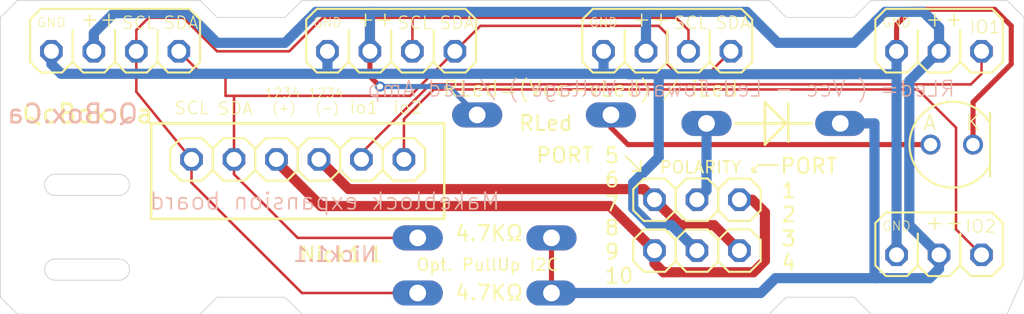
<source format=kicad_pcb>
(kicad_pcb (version 20221018) (generator pcbnew)
  (layers (0 "F.Cu" signal) (31 "B.Cu" signal) (34 "B.Paste" user) (35 "F.Paste" user) (36 "B.SilkS" user "B.Silkscreen") (37 "F.SilkS" user "F.Silkscreen") (38 "B.Mask" user) (39 "F.Mask" user) (44 "Edge.Cuts" user))
  (net 0 "")
  (net 1 "GND")
  (net 2 "VCC")
  (net 3 "SCL")
  (net 4 "SDA")
  (net 5 "IO2")
  (net 6 "IO1")
  (net 7 "PWR_A")
  (net 8 "PWR_B")
  (net 9 "PWR")
  (net 10 "N$1")
  (footprint "NB1:PTH-PLUGIN-4" (layer "F.Cu") (at 137.4521 98.6536)
    (fp_text reference "U$3" hide)
    (fp_text value "PTH-PLUGIN-4" hide)
    (fp_text user "++" (at 1.651 -1.397) (layer "F.SilkS") (effects (font (size 0.93472 0.93472) (thickness 0.08128)) (justify left bottom)))
    (fp_text user "GND" (at -0.889 -1.397) (layer "F.SilkS") (effects (font (size 0.560832 0.560832) (thickness 0.048768)) (justify left bottom)))
    (fp_line (start -1.27 -1.905) (end -0.635 -2.54) (stroke (width 0.127)) (layer "F.SilkS"))
    (fp_line (start -1.27 0.635) (end -1.27 -1.905) (stroke (width 0.127)) (layer "F.SilkS"))
    (fp_line (start -1.27 0.635) (end -0.635 1.27) (stroke (width 0.127)) (layer "F.SilkS"))
    (fp_line (start -0.635 -2.54) (end 8.255 -2.54) (stroke (width 0.127)) (layer "F.SilkS"))
    (fp_line (start -0.635 1.27) (end 0.635 1.27) (stroke (width 0.127)) (layer "F.SilkS"))
    (fp_line (start 1.27 0.635) (end 0.635 1.27) (stroke (width 0.127)) (layer "F.SilkS"))
    (fp_line (start 1.27 0.635) (end 1.27 -1.27) (stroke (width 0.127)) (layer "F.SilkS"))
    (fp_line (start 1.27 0.635) (end 1.905 1.27) (stroke (width 0.127)) (layer "F.SilkS"))
    (fp_line (start 1.905 1.27) (end 3.175 1.27) (stroke (width 0.127)) (layer "F.SilkS"))
    (fp_line (start 3.81 0.635) (end 3.175 1.27) (stroke (width 0.127)) (layer "F.SilkS"))
    (fp_line (start 3.81 0.635) (end 3.81 -1.27) (stroke (width 0.127)) (layer "F.SilkS"))
    (fp_line (start 3.81 0.635) (end 4.445 1.27) (stroke (width 0.127)) (layer "F.SilkS"))
    (fp_line (start 4.445 1.27) (end 5.715 1.27) (stroke (width 0.127)) (layer "F.SilkS"))
    (fp_line (start 6.35 0.635) (end 5.715 1.27) (stroke (width 0.127)) (layer "F.SilkS"))
    (fp_line (start 6.35 0.635) (end 6.35 -1.27) (stroke (width 0.127)) (layer "F.SilkS"))
    (fp_line (start 6.35 0.635) (end 6.985 1.27) (stroke (width 0.127)) (layer "F.SilkS"))
    (fp_line (start 6.985 1.27) (end 8.255 1.27) (stroke (width 0.127)) (layer "F.SilkS"))
    (fp_line (start 8.89 -1.905) (end 8.255 -2.54) (stroke (width 0.127)) (layer "F.SilkS"))
    (fp_line (start 8.89 0.635) (end 8.255 1.27) (stroke (width 0.127)) (layer "F.SilkS"))
    (fp_line (start 8.89 0.635) (end 8.89 -1.905) (stroke (width 0.127)) (layer "F.SilkS"))
    (pad "P1" thru_hole roundrect (at 0 0) (size 1.35 1.35) (drill 0.9) (layers "*.Cu" "*.Mask") (chamfer_ratio 0.2928932188) (chamfer top_left top_right bottom_left bottom_right) (net 1 "GND"))
    (pad "P2" thru_hole roundrect (at 2.54 0) (size 1.35 1.35) (drill 0.9) (layers "*.Cu" "*.Mask") (chamfer_ratio 0.2928932188) (chamfer top_left top_right bottom_left bottom_right) (net 2 "VCC"))
    (pad "P3" thru_hole roundrect (at 5.08 0) (size 1.35 1.35) (drill 0.9) (layers "*.Cu" "*.Mask") (chamfer_ratio 0.2928932188) (chamfer top_left top_right bottom_left bottom_right) (net 3 "SCL"))
    (pad "P4" thru_hole roundrect (at 7.62 0) (size 1.35 1.35) (drill 0.9) (layers "*.Cu" "*.Mask") (chamfer_ratio 0.2928932188) (chamfer top_left top_right bottom_left bottom_right) (net 4 "SDA"))
  )
  (footprint "NB1:PTH-PLUGIN-4" (layer "F.Cu") (at 153.9621 98.6536)
    (fp_text reference "U$4" hide)
    (fp_text value "PTH-PLUGIN-4" hide)
    (fp_text user "++" (at 1.651 -1.397) (layer "F.SilkS") (effects (font (size 0.93472 0.93472) (thickness 0.08128)) (justify left bottom)))
    (fp_text user "GND" (at -0.889 -1.397) (layer "F.SilkS") (effects (font (size 0.560832 0.560832) (thickness 0.048768)) (justify left bottom)))
    (fp_line (start -1.27 -1.905) (end -0.635 -2.54) (stroke (width 0.127)) (layer "F.SilkS"))
    (fp_line (start -1.27 0.635) (end -1.27 -1.905) (stroke (width 0.127)) (layer "F.SilkS"))
    (fp_line (start -1.27 0.635) (end -0.635 1.27) (stroke (width 0.127)) (layer "F.SilkS"))
    (fp_line (start -0.635 -2.54) (end 8.255 -2.54) (stroke (width 0.127)) (layer "F.SilkS"))
    (fp_line (start -0.635 1.27) (end 0.635 1.27) (stroke (width 0.127)) (layer "F.SilkS"))
    (fp_line (start 1.27 0.635) (end 0.635 1.27) (stroke (width 0.127)) (layer "F.SilkS"))
    (fp_line (start 1.27 0.635) (end 1.27 -1.27) (stroke (width 0.127)) (layer "F.SilkS"))
    (fp_line (start 1.27 0.635) (end 1.905 1.27) (stroke (width 0.127)) (layer "F.SilkS"))
    (fp_line (start 1.905 1.27) (end 3.175 1.27) (stroke (width 0.127)) (layer "F.SilkS"))
    (fp_line (start 3.81 0.635) (end 3.175 1.27) (stroke (width 0.127)) (layer "F.SilkS"))
    (fp_line (start 3.81 0.635) (end 3.81 -1.27) (stroke (width 0.127)) (layer "F.SilkS"))
    (fp_line (start 3.81 0.635) (end 4.445 1.27) (stroke (width 0.127)) (layer "F.SilkS"))
    (fp_line (start 4.445 1.27) (end 5.715 1.27) (stroke (width 0.127)) (layer "F.SilkS"))
    (fp_line (start 6.35 0.635) (end 5.715 1.27) (stroke (width 0.127)) (layer "F.SilkS"))
    (fp_line (start 6.35 0.635) (end 6.35 -1.27) (stroke (width 0.127)) (layer "F.SilkS"))
    (fp_line (start 6.35 0.635) (end 6.985 1.27) (stroke (width 0.127)) (layer "F.SilkS"))
    (fp_line (start 6.985 1.27) (end 8.255 1.27) (stroke (width 0.127)) (layer "F.SilkS"))
    (fp_line (start 8.89 -1.905) (end 8.255 -2.54) (stroke (width 0.127)) (layer "F.SilkS"))
    (fp_line (start 8.89 0.635) (end 8.255 1.27) (stroke (width 0.127)) (layer "F.SilkS"))
    (fp_line (start 8.89 0.635) (end 8.89 -1.905) (stroke (width 0.127)) (layer "F.SilkS"))
    (pad "P1" thru_hole roundrect (at 0 0) (size 1.35 1.35) (drill 0.9) (layers "*.Cu" "*.Mask") (chamfer_ratio 0.2928932188) (chamfer top_left top_right bottom_left bottom_right) (net 1 "GND"))
    (pad "P2" thru_hole roundrect (at 2.54 0) (size 1.35 1.35) (drill 0.9) (layers "*.Cu" "*.Mask") (chamfer_ratio 0.2928932188) (chamfer top_left top_right bottom_left bottom_right) (net 2 "VCC"))
    (pad "P3" thru_hole roundrect (at 5.08 0) (size 1.35 1.35) (drill 0.9) (layers "*.Cu" "*.Mask") (chamfer_ratio 0.2928932188) (chamfer top_left top_right bottom_left bottom_right) (net 3 "SCL"))
    (pad "P4" thru_hole roundrect (at 7.62 0) (size 1.35 1.35) (drill 0.9) (layers "*.Cu" "*.Mask") (chamfer_ratio 0.2928932188) (chamfer top_left top_right bottom_left bottom_right) (net 4 "SDA"))
  )
  (footprint "NB1:LED-3MM-5MM" (layer "F.Cu") (at 174.7901 104.2416)
    (fp_text reference "U$12" hide)
    (fp_text value "LED3MM=5MM" hide)
    (fp_text user "K" (at 0.762 -0.762) (layer "F.SilkS") (effects (font (size 0.93472 0.93472) (thickness 0.08128)) (justify left bottom)))
    (fp_text user "A" (at -1.778 -0.762) (layer "F.SilkS") (effects (font (size 0.93472 0.93472) (thickness 0.08128)) (justify left bottom)))
    (fp_line (start 2.286 -1.27) (end 2.286 -1.905) (stroke (width 0.127)) (layer "F.SilkS"))
    (fp_line (start 2.286 -1.27) (end 2.286 1.27) (stroke (width 0.127)) (layer "F.SilkS"))
    (fp_line (start 2.286 1.27) (end 2.286 1.905) (stroke (width 0.127)) (layer "F.SilkS"))
    (fp_arc (start 2.286 1.27) (mid -2.5267 0) (end 2.286 -1.27) (stroke (width 0.127)) (layer "F.SilkS"))
    (pad "A" thru_hole circle (at -1.27 0) (size 1.2 1.2) (drill 0.8) (layers "*.Cu" "*.Mask") (net 10 "N$1"))
    (pad "K" thru_hole circle (at 1.27 0) (size 1.2 1.2) (drill 0.8) (layers "*.Cu" "*.Mask") (net 1 "GND"))
  )
  (footprint "NB1:PTH-PLUGIN-4" (layer "F.Cu") (at 120.9421 98.6536)
    (fp_text reference "U$2" hide)
    (fp_text value "PTH-PLUGIN-4" hide)
    (fp_text user "++" (at 1.651 -1.397) (layer "F.SilkS") (effects (font (size 0.93472 0.93472) (thickness 0.08128)) (justify left bottom)))
    (fp_text user "GND" (at -0.889 -1.397) (layer "F.SilkS") (effects (font (size 0.560832 0.560832) (thickness 0.048768)) (justify left bottom)))
    (fp_line (start -1.27 -1.905) (end -0.635 -2.54) (stroke (width 0.127)) (layer "F.SilkS"))
    (fp_line (start -1.27 0.635) (end -1.27 -1.905) (stroke (width 0.127)) (layer "F.SilkS"))
    (fp_line (start -1.27 0.635) (end -0.635 1.27) (stroke (width 0.127)) (layer "F.SilkS"))
    (fp_line (start -0.635 -2.54) (end 8.255 -2.54) (stroke (width 0.127)) (layer "F.SilkS"))
    (fp_line (start -0.635 1.27) (end 0.635 1.27) (stroke (width 0.127)) (layer "F.SilkS"))
    (fp_line (start 1.27 0.635) (end 0.635 1.27) (stroke (width 0.127)) (layer "F.SilkS"))
    (fp_line (start 1.27 0.635) (end 1.27 -1.27) (stroke (width 0.127)) (layer "F.SilkS"))
    (fp_line (start 1.27 0.635) (end 1.905 1.27) (stroke (width 0.127)) (layer "F.SilkS"))
    (fp_line (start 1.905 1.27) (end 3.175 1.27) (stroke (width 0.127)) (layer "F.SilkS"))
    (fp_line (start 3.81 0.635) (end 3.175 1.27) (stroke (width 0.127)) (layer "F.SilkS"))
    (fp_line (start 3.81 0.635) (end 3.81 -1.27) (stroke (width 0.127)) (layer "F.SilkS"))
    (fp_line (start 3.81 0.635) (end 4.445 1.27) (stroke (width 0.127)) (layer "F.SilkS"))
    (fp_line (start 4.445 1.27) (end 5.715 1.27) (stroke (width 0.127)) (layer "F.SilkS"))
    (fp_line (start 6.35 0.635) (end 5.715 1.27) (stroke (width 0.127)) (layer "F.SilkS"))
    (fp_line (start 6.35 0.635) (end 6.35 -1.27) (stroke (width 0.127)) (layer "F.SilkS"))
    (fp_line (start 6.35 0.635) (end 6.985 1.27) (stroke (width 0.127)) (layer "F.SilkS"))
    (fp_line (start 6.985 1.27) (end 8.255 1.27) (stroke (width 0.127)) (layer "F.SilkS"))
    (fp_line (start 8.89 -1.905) (end 8.255 -2.54) (stroke (width 0.127)) (layer "F.SilkS"))
    (fp_line (start 8.89 0.635) (end 8.255 1.27) (stroke (width 0.127)) (layer "F.SilkS"))
    (fp_line (start 8.89 0.635) (end 8.89 -1.905) (stroke (width 0.127)) (layer "F.SilkS"))
    (pad "P1" thru_hole roundrect (at 0 0) (size 1.35 1.35) (drill 0.9) (layers "*.Cu" "*.Mask") (chamfer_ratio 0.2928932188) (chamfer top_left top_right bottom_left bottom_right) (net 1 "GND"))
    (pad "P2" thru_hole roundrect (at 2.54 0) (size 1.35 1.35) (drill 0.9) (layers "*.Cu" "*.Mask") (chamfer_ratio 0.2928932188) (chamfer top_left top_right bottom_left bottom_right) (net 2 "VCC"))
    (pad "P3" thru_hole roundrect (at 5.08 0) (size 1.35 1.35) (drill 0.9) (layers "*.Cu" "*.Mask") (chamfer_ratio 0.2928932188) (chamfer top_left top_right bottom_left bottom_right) (net 3 "SCL"))
    (pad "P4" thru_hole roundrect (at 7.62 0) (size 1.35 1.35) (drill 0.9) (layers "*.Cu" "*.Mask") (chamfer_ratio 0.2928932188) (chamfer top_left top_right bottom_left bottom_right) (net 4 "SDA"))
  )
  (footprint "NB1:PTH-PLUGIN-3" (layer "F.Cu") (at 171.4881 98.6536)
    (fp_text reference "U$5" hide)
    (fp_text value "PTH-PLUGIN-3" hide)
    (fp_text user "++" (at 1.651 -1.397) (layer "F.SilkS") (effects (font (size 0.93472 0.93472) (thickness 0.08128)) (justify left bottom)))
    (fp_text user "GND" (at -0.889 -1.397) (layer "F.SilkS") (effects (font (size 0.560832 0.560832) (thickness 0.048768)) (justify left bottom)))
    (fp_line (start -1.27 -1.905) (end -0.635 -2.54) (stroke (width 0.127)) (layer "F.SilkS"))
    (fp_line (start -1.27 0.635) (end -1.27 -1.905) (stroke (width 0.127)) (layer "F.SilkS"))
    (fp_line (start -1.27 0.635) (end -0.635 1.27) (stroke (width 0.127)) (layer "F.SilkS"))
    (fp_line (start -0.635 -2.54) (end 5.715 -2.54) (stroke (width 0.127)) (layer "F.SilkS"))
    (fp_line (start -0.635 1.27) (end 0.635 1.27) (stroke (width 0.127)) (layer "F.SilkS"))
    (fp_line (start 1.27 0.635) (end 0.635 1.27) (stroke (width 0.127)) (layer "F.SilkS"))
    (fp_line (start 1.27 0.635) (end 1.27 -1.27) (stroke (width 0.127)) (layer "F.SilkS"))
    (fp_line (start 1.27 0.635) (end 1.905 1.27) (stroke (width 0.127)) (layer "F.SilkS"))
    (fp_line (start 1.905 1.27) (end 3.175 1.27) (stroke (width 0.127)) (layer "F.SilkS"))
    (fp_line (start 3.81 0.635) (end 3.175 1.27) (stroke (width 0.127)) (layer "F.SilkS"))
    (fp_line (start 3.81 0.635) (end 3.81 -1.27) (stroke (width 0.127)) (layer "F.SilkS"))
    (fp_line (start 3.81 0.635) (end 4.445 1.27) (stroke (width 0.127)) (layer "F.SilkS"))
    (fp_line (start 4.445 1.27) (end 5.715 1.27) (stroke (width 0.127)) (layer "F.SilkS"))
    (fp_line (start 6.35 -1.905) (end 5.715 -2.54) (stroke (width 0.127)) (layer "F.SilkS"))
    (fp_line (start 6.35 -1.905) (end 6.35 0.635) (stroke (width 0.127)) (layer "F.SilkS"))
    (fp_line (start 6.35 0.635) (end 5.715 1.27) (stroke (width 0.127)) (layer "F.SilkS"))
    (pad "P1" thru_hole roundrect (at 0 0) (size 1.35 1.35) (drill 0.9) (layers "*.Cu" "*.Mask") (chamfer_ratio 0.2928932188) (chamfer top_left top_right bottom_left bottom_right) (net 1 "GND"))
    (pad "P2" thru_hole roundrect (at 2.54 0) (size 1.35 1.35) (drill 0.9) (layers "*.Cu" "*.Mask") (chamfer_ratio 0.2928932188) (chamfer top_left top_right bottom_left bottom_right) (net 2 "VCC"))
    (pad "P3" thru_hole roundrect (at 5.08 0) (size 1.35 1.35) (drill 0.9) (layers "*.Cu" "*.Mask") (chamfer_ratio 0.2928932188) (chamfer top_left top_right bottom_left bottom_right) (net 6 "IO1"))
  )
  (footprint "NB1:PTH-6X1" (layer "F.Cu") (at 129.3241 105.1306)
    (fp_text reference "U$7" hide)
    (fp_text value "PTH-6X1" hide)
    (fp_line (start -1.27 -0.635) (end -0.635 -1.27) (stroke (width 0.127)) (layer "F.SilkS"))
    (fp_line (start -1.27 0.635) (end -1.27 -0.635) (stroke (width 0.127)) (layer "F.SilkS"))
    (fp_line (start -1.27 0.635) (end -0.635 1.27) (stroke (width 0.127)) (layer "F.SilkS"))
    (fp_line (start -0.635 -1.27) (end 0.635 -1.27) (stroke (width 0.127)) (layer "F.SilkS"))
    (fp_line (start -0.635 1.27) (end 0.635 1.27) (stroke (width 0.127)) (layer "F.SilkS"))
    (fp_line (start 0.635 -1.27) (end 1.27 -0.635) (stroke (width 0.127)) (layer "F.SilkS"))
    (fp_line (start 1.27 -0.635) (end 1.905 -1.27) (stroke (width 0.127)) (layer "F.SilkS"))
    (fp_line (start 1.27 0.635) (end 0.635 1.27) (stroke (width 0.127)) (layer "F.SilkS"))
    (fp_line (start 1.27 0.635) (end 1.27 -0.635) (stroke (width 0.127)) (layer "F.SilkS"))
    (fp_line (start 1.27 0.635) (end 1.27 -0.635) (stroke (width 0.127)) (layer "F.SilkS"))
    (fp_line (start 1.27 0.635) (end 1.905 1.27) (stroke (width 0.127)) (layer "F.SilkS"))
    (fp_line (start 1.905 -1.27) (end 3.175 -1.27) (stroke (width 0.127)) (layer "F.SilkS"))
    (fp_line (start 1.905 1.27) (end 3.175 1.27) (stroke (width 0.127)) (layer "F.SilkS"))
    (fp_line (start 3.175 -1.27) (end 3.81 -0.635) (stroke (width 0.127)) (layer "F.SilkS"))
    (fp_line (start 3.81 -0.635) (end 4.445 -1.27) (stroke (width 0.127)) (layer "F.SilkS"))
    (fp_line (start 3.81 0.635) (end 3.175 1.27) (stroke (width 0.127)) (layer "F.SilkS"))
    (fp_line (start 3.81 0.635) (end 3.81 -0.635) (stroke (width 0.127)) (layer "F.SilkS"))
    (fp_line (start 3.81 0.635) (end 3.81 -0.635) (stroke (width 0.127)) (layer "F.SilkS"))
    (fp_line (start 3.81 0.635) (end 4.445 1.27) (stroke (width 0.127)) (layer "F.SilkS"))
    (fp_line (start 4.445 -1.27) (end 5.715 -1.27) (stroke (width 0.127)) (layer "F.SilkS"))
    (fp_line (start 4.445 1.27) (end 5.715 1.27) (stroke (width 0.127)) (layer "F.SilkS"))
    (fp_line (start 5.715 -1.27) (end 6.35 -0.635) (stroke (width 0.127)) (layer "F.SilkS"))
    (fp_line (start 6.35 -0.635) (end 6.985 -1.27) (stroke (width 0.127)) (layer "F.SilkS"))
    (fp_line (start 6.35 0.635) (end 5.715 1.27) (stroke (width 0.127)) (layer "F.SilkS"))
    (fp_line (start 6.35 0.635) (end 6.35 -0.635) (stroke (width 0.127)) (layer "F.SilkS"))
    (fp_line (start 6.35 0.635) (end 6.35 -0.635) (stroke (width 0.127)) (layer "F.SilkS"))
    (fp_line (start 6.35 0.635) (end 6.35 -0.635) (stroke (width 0.127)) (layer "F.SilkS"))
    (fp_line (start 6.35 0.635) (end 6.985 1.27) (stroke (width 0.127)) (layer "F.SilkS"))
    (fp_line (start 6.985 -1.27) (end 8.255 -1.27) (stroke (width 0.127)) (layer "F.SilkS"))
    (fp_line (start 6.985 1.27) (end 8.255 1.27) (stroke (width 0.127)) (layer "F.SilkS"))
    (fp_line (start 8.255 -1.27) (end 8.89 -0.635) (stroke (width 0.127)) (layer "F.SilkS"))
    (fp_line (start 8.89 -0.635) (end 9.525 -1.27) (stroke (width 0.127)) (layer "F.SilkS"))
    (fp_line (start 8.89 0.635) (end 8.255 1.27) (stroke (width 0.127)) (layer "F.SilkS"))
    (fp_line (start 8.89 0.635) (end 8.89 -0.635) (stroke (width 0.127)) (layer "F.SilkS"))
    (fp_line (start 8.89 0.635) (end 9.525 1.27) (stroke (width 0.127)) (layer "F.SilkS"))
    (fp_line (start 9.525 -1.27) (end 10.795 -1.27) (stroke (width 0.127)) (layer "F.SilkS"))
    (fp_line (start 9.525 1.27) (end 10.795 1.27) (stroke (width 0.127)) (layer "F.SilkS"))
    (fp_line (start 10.795 -1.27) (end 11.43 -0.635) (stroke (width 0.127)) (layer "F.SilkS"))
    (fp_line (start 11.43 -0.635) (end 12.065 -1.27) (stroke (width 0.127)) (layer "F.SilkS"))
    (fp_line (start 11.43 0.635) (end 10.795 1.27) (stroke (width 0.127)) (layer "F.SilkS"))
    (fp_line (start 11.43 0.635) (end 11.43 -0.635) (stroke (width 0.127)) (layer "F.SilkS"))
    (fp_line (start 11.43 0.635) (end 12.065 1.27) (stroke (width 0.127)) (layer "F.SilkS"))
    (fp_line (start 12.065 -1.27) (end 13.335 -1.27) (stroke (width 0.127)) (layer "F.SilkS"))
    (fp_line (start 12.065 1.27) (end 13.335 1.27) (stroke (width 0.127)) (layer "F.SilkS"))
    (fp_line (start 13.335 -1.27) (end 13.97 -0.635) (stroke (width 0.127)) (layer "F.SilkS"))
    (fp_line (start 13.97 0.635) (end 13.335 1.27) (stroke (width 0.127)) (layer "F.SilkS"))
    (fp_line (start 13.97 0.635) (end 13.97 -0.635) (stroke (width 0.127)) (layer "F.SilkS"))
    (pad "P1" thru_hole roundrect (at 0 0) (size 1.35 1.35) (drill 0.9) (layers "*.Cu" "*.Mask") (chamfer_ratio 0.2928932188) (chamfer top_left top_right bottom_left bottom_right) (net 3 "SCL"))
    (pad "P2" thru_hole roundrect (at 2.54 0) (size 1.35 1.35) (drill 0.9) (layers "*.Cu" "*.Mask") (chamfer_ratio 0.2928932188) (chamfer top_left top_right bottom_left bottom_right) (net 4 "SDA"))
    (pad "P3" thru_hole roundrect (at 5.08 0) (size 1.35 1.35) (drill 0.9) (layers "*.Cu" "*.Mask") (chamfer_ratio 0.2928932188) (chamfer top_left top_right bottom_left bottom_right) (net 7 "PWR_A"))
    (pad "P4" thru_hole roundrect (at 7.62 0) (size 1.35 1.35) (drill 0.9) (layers "*.Cu" "*.Mask") (chamfer_ratio 0.2928932188) (chamfer top_left top_right bottom_left bottom_right) (net 8 "PWR_B"))
    (pad "P5" thru_hole roundrect (at 10.16 0) (size 1.35 1.35) (drill 0.9) (layers "*.Cu" "*.Mask") (chamfer_ratio 0.2928932188) (chamfer top_left top_right bottom_left bottom_right) (net 6 "IO1"))
    (pad "P6" thru_hole roundrect (at 12.7 0) (size 1.35 1.35) (drill 0.9) (layers "*.Cu" "*.Mask") (chamfer_ratio 0.2928932188) (chamfer top_left top_right bottom_left bottom_right) (net 5 "IO2"))
  )
  (footprint "NB1:PTH-3X1" (layer "F.Cu") (at 157.0101 107.5436)
    (fp_text reference "U$8" hide)
    (fp_text value "PTH-3X1" hide)
    (fp_line (start -1.27 -0.635) (end -0.635 -1.27) (stroke (width 0.127)) (layer "F.SilkS"))
    (fp_line (start -1.27 0.635) (end -1.27 -0.635) (stroke (width 0.127)) (layer "F.SilkS"))
    (fp_line (start -1.27 0.635) (end -0.635 1.27) (stroke (width 0.127)) (layer "F.SilkS"))
    (fp_line (start -0.635 -1.27) (end 0.635 -1.27) (stroke (width 0.127)) (layer "F.SilkS"))
    (fp_line (start -0.635 1.27) (end 0.635 1.27) (stroke (width 0.127)) (layer "F.SilkS"))
    (fp_line (start 0.635 -1.27) (end 1.27 -0.635) (stroke (width 0.127)) (layer "F.SilkS"))
    (fp_line (start 1.27 -0.635) (end 1.905 -1.27) (stroke (width 0.127)) (layer "F.SilkS"))
    (fp_line (start 1.27 0.635) (end 0.635 1.27) (stroke (width 0.127)) (layer "F.SilkS"))
    (fp_line (start 1.27 0.635) (end 1.27 -0.635) (stroke (width 0.127)) (layer "F.SilkS"))
    (fp_line (start 1.27 0.635) (end 1.27 -0.635) (stroke (width 0.127)) (layer "F.SilkS"))
    (fp_line (start 1.27 0.635) (end 1.905 1.27) (stroke (width 0.127)) (layer "F.SilkS"))
    (fp_line (start 1.905 -1.27) (end 3.175 -1.27) (stroke (width 0.127)) (layer "F.SilkS"))
    (fp_line (start 1.905 1.27) (end 3.175 1.27) (stroke (width 0.127)) (layer "F.SilkS"))
    (fp_line (start 3.175 -1.27) (end 3.81 -0.635) (stroke (width 0.127)) (layer "F.SilkS"))
    (fp_line (start 3.81 -0.635) (end 4.445 -1.27) (stroke (width 0.127)) (layer "F.SilkS"))
    (fp_line (start 3.81 0.635) (end 3.175 1.27) (stroke (width 0.127)) (layer "F.SilkS"))
    (fp_line (start 3.81 0.635) (end 3.81 -0.635) (stroke (width 0.127)) (layer "F.SilkS"))
    (fp_line (start 3.81 0.635) (end 3.81 -0.635) (stroke (width 0.127)) (layer "F.SilkS"))
    (fp_line (start 3.81 0.635) (end 4.445 1.27) (stroke (width 0.127)) (layer "F.SilkS"))
    (fp_line (start 4.445 -1.27) (end 5.715 -1.27) (stroke (width 0.127)) (layer "F.SilkS"))
    (fp_line (start 4.445 1.27) (end 5.715 1.27) (stroke (width 0.127)) (layer "F.SilkS"))
    (fp_line (start 5.715 -1.27) (end 6.35 -0.635) (stroke (width 0.127)) (layer "F.SilkS"))
    (fp_line (start 6.35 0.635) (end 5.715 1.27) (stroke (width 0.127)) (layer "F.SilkS"))
    (fp_line (start 6.35 0.635) (end 6.35 -0.635) (stroke (width 0.127)) (layer "F.SilkS"))
    (pad "P1" thru_hole roundrect (at 0 0) (size 1.35 1.35) (drill 0.9) (layers "*.Cu" "*.Mask") (chamfer_ratio 0.2928932188) (chamfer top_left top_right bottom_left bottom_right) (net 8 "PWR_B"))
    (pad "P2" thru_hole roundrect (at 2.54 0) (size 1.35 1.35) (drill 0.9) (layers "*.Cu" "*.Mask") (chamfer_ratio 0.2928932188) (chamfer top_left top_right bottom_left bottom_right) (net 9 "PWR"))
    (pad "P3" thru_hole roundrect (at 5.08 0) (size 1.35 1.35) (drill 0.9) (layers "*.Cu" "*.Mask") (chamfer_ratio 0.2928932188) (chamfer top_left top_right bottom_left bottom_right) (net 7 "PWR_A"))
  )
  (footprint "NB1:PIN-8MM" (layer "F.Cu") (at 146.8501 113.1316)
    (fp_text reference "U$10" hide)
    (fp_text value "" hide)
    (pad "P1" thru_hole oval (at -4 0) (size 3 1.5) (drill 1) (layers "*.Cu" "*.Mask") (net 3 "SCL"))
    (pad "P2" thru_hole oval (at 4 0) (size 3 1.5) (drill 1) (layers "*.Cu" "*.Mask") (net 2 "VCC"))
  )
  (footprint "NB1:PIN-8MM" (layer "F.Cu") (at 146.8501 109.8296)
    (fp_text reference "U$11" hide)
    (fp_text value "" hide)
    (pad "P1" thru_hole oval (at -4 0) (size 3 1.5) (drill 1) (layers "*.Cu" "*.Mask") (net 4 "SDA"))
    (pad "P2" thru_hole oval (at 4 0) (size 3 1.5) (drill 1) (layers "*.Cu" "*.Mask") (net 2 "VCC"))
  )
  (footprint "NB1:PTH-3X1" (layer "F.Cu") (at 157.0101 110.5916)
    (fp_text reference "U$9" hide)
    (fp_text value "PTH-3X1" hide)
    (fp_line (start -1.27 -0.635) (end -0.635 -1.27) (stroke (width 0.127)) (layer "F.SilkS"))
    (fp_line (start -1.27 0.635) (end -1.27 -0.635) (stroke (width 0.127)) (layer "F.SilkS"))
    (fp_line (start -1.27 0.635) (end -0.635 1.27) (stroke (width 0.127)) (layer "F.SilkS"))
    (fp_line (start -0.635 -1.27) (end 0.635 -1.27) (stroke (width 0.127)) (layer "F.SilkS"))
    (fp_line (start -0.635 1.27) (end 0.635 1.27) (stroke (width 0.127)) (layer "F.SilkS"))
    (fp_line (start 0.635 -1.27) (end 1.27 -0.635) (stroke (width 0.127)) (layer "F.SilkS"))
    (fp_line (start 1.27 -0.635) (end 1.905 -1.27) (stroke (width 0.127)) (layer "F.SilkS"))
    (fp_line (start 1.27 0.635) (end 0.635 1.27) (stroke (width 0.127)) (layer "F.SilkS"))
    (fp_line (start 1.27 0.635) (end 1.27 -0.635) (stroke (width 0.127)) (layer "F.SilkS"))
    (fp_line (start 1.27 0.635) (end 1.27 -0.635) (stroke (width 0.127)) (layer "F.SilkS"))
    (fp_line (start 1.27 0.635) (end 1.905 1.27) (stroke (width 0.127)) (layer "F.SilkS"))
    (fp_line (start 1.905 -1.27) (end 3.175 -1.27) (stroke (width 0.127)) (layer "F.SilkS"))
    (fp_line (start 1.905 1.27) (end 3.175 1.27) (stroke (width 0.127)) (layer "F.SilkS"))
    (fp_line (start 3.175 -1.27) (end 3.81 -0.635) (stroke (width 0.127)) (layer "F.SilkS"))
    (fp_line (start 3.81 -0.635) (end 4.445 -1.27) (stroke (width 0.127)) (layer "F.SilkS"))
    (fp_line (start 3.81 0.635) (end 3.175 1.27) (stroke (width 0.127)) (layer "F.SilkS"))
    (fp_line (start 3.81 0.635) (end 3.81 -0.635) (stroke (width 0.127)) (layer "F.SilkS"))
    (fp_line (start 3.81 0.635) (end 3.81 -0.635) (stroke (width 0.127)) (layer "F.SilkS"))
    (fp_line (start 3.81 0.635) (end 4.445 1.27) (stroke (width 0.127)) (layer "F.SilkS"))
    (fp_line (start 4.445 -1.27) (end 5.715 -1.27) (stroke (width 0.127)) (layer "F.SilkS"))
    (fp_line (start 4.445 1.27) (end 5.715 1.27) (stroke (width 0.127)) (layer "F.SilkS"))
    (fp_line (start 5.715 -1.27) (end 6.35 -0.635) (stroke (width 0.127)) (layer "F.SilkS"))
    (fp_line (start 6.35 0.635) (end 5.715 1.27) (stroke (width 0.127)) (layer "F.SilkS"))
    (fp_line (start 6.35 0.635) (end 6.35 -0.635) (stroke (width 0.127)) (layer "F.SilkS"))
    (pad "P1" thru_hole roundrect (at 0 0) (size 1.35 1.35) (drill 0.9) (layers "*.Cu" "*.Mask") (chamfer_ratio 0.2928932188) (chamfer top_left top_right bottom_left bottom_right) (net 7 "PWR_A"))
    (pad "P2" thru_hole roundrect (at 2.54 0) (size 1.35 1.35) (drill 0.9) (layers "*.Cu" "*.Mask") (chamfer_ratio 0.2928932188) (chamfer top_left top_right bottom_left bottom_right) (net 1 "GND"))
    (pad "P3" thru_hole roundrect (at 5.08 0) (size 1.35 1.35) (drill 0.9) (layers "*.Cu" "*.Mask") (chamfer_ratio 0.2928932188) (chamfer top_left top_right bottom_left bottom_right) (net 8 "PWR_B"))
  )
  (footprint "NB1:PIN-8MM" (layer "F.Cu") (at 150.4061 102.4636 180)
    (fp_text reference "U$13" hide)
    (fp_text value "" hide)
    (pad "P1" thru_hole oval (at -4 0 180) (size 3 1.5) (drill 1) (layers "*.Cu" "*.Mask") (net 10 "N$1"))
    (pad "P2" thru_hole oval (at 4 0 180) (size 3 1.5) (drill 1) (layers "*.Cu" "*.Mask") (net 2 "VCC"))
  )
  (footprint "NB1:PTH-PLUGIN-3" (layer "F.Cu") (at 171.4881 110.8456)
    (fp_text reference "U$6" hide)
    (fp_text value "PTH-PLUGIN-3" hide)
    (fp_text user "++" (at 1.651 -1.397) (layer "F.SilkS") (effects (font (size 0.93472 0.93472) (thickness 0.08128)) (justify left bottom)))
    (fp_text user "GND" (at -0.889 -1.397) (layer "F.SilkS") (effects (font (size 0.560832 0.560832) (thickness 0.048768)) (justify left bottom)))
    (fp_line (start -1.27 -1.905) (end -0.635 -2.54) (stroke (width 0.127)) (layer "F.SilkS"))
    (fp_line (start -1.27 0.635) (end -1.27 -1.905) (stroke (width 0.127)) (layer "F.SilkS"))
    (fp_line (start -1.27 0.635) (end -0.635 1.27) (stroke (width 0.127)) (layer "F.SilkS"))
    (fp_line (start -0.635 -2.54) (end 5.715 -2.54) (stroke (width 0.127)) (layer "F.SilkS"))
    (fp_line (start -0.635 1.27) (end 0.635 1.27) (stroke (width 0.127)) (layer "F.SilkS"))
    (fp_line (start 1.27 0.635) (end 0.635 1.27) (stroke (width 0.127)) (layer "F.SilkS"))
    (fp_line (start 1.27 0.635) (end 1.27 -1.27) (stroke (width 0.127)) (layer "F.SilkS"))
    (fp_line (start 1.27 0.635) (end 1.905 1.27) (stroke (width 0.127)) (layer "F.SilkS"))
    (fp_line (start 1.905 1.27) (end 3.175 1.27) (stroke (width 0.127)) (layer "F.SilkS"))
    (fp_line (start 3.81 0.635) (end 3.175 1.27) (stroke (width 0.127)) (layer "F.SilkS"))
    (fp_line (start 3.81 0.635) (end 3.81 -1.27) (stroke (width 0.127)) (layer "F.SilkS"))
    (fp_line (start 3.81 0.635) (end 4.445 1.27) (stroke (width 0.127)) (layer "F.SilkS"))
    (fp_line (start 4.445 1.27) (end 5.715 1.27) (stroke (width 0.127)) (layer "F.SilkS"))
    (fp_line (start 6.35 -1.905) (end 5.715 -2.54) (stroke (width 0.127)) (layer "F.SilkS"))
    (fp_line (start 6.35 -1.905) (end 6.35 0.635) (stroke (width 0.127)) (layer "F.SilkS"))
    (fp_line (start 6.35 0.635) (end 5.715 1.27) (stroke (width 0.127)) (layer "F.SilkS"))
    (pad "P1" thru_hole roundrect (at 0 0) (size 1.35 1.35) (drill 0.9) (layers "*.Cu" "*.Mask") (chamfer_ratio 0.2928932188) (chamfer top_left top_right bottom_left bottom_right) (net 1 "GND"))
    (pad "P2" thru_hole roundrect (at 2.54 0) (size 1.35 1.35) (drill 0.9) (layers "*.Cu" "*.Mask") (chamfer_ratio 0.2928932188) (chamfer top_left top_right bottom_left bottom_right) (net 2 "VCC"))
    (pad "P3" thru_hole roundrect (at 5.08 0) (size 1.35 1.35) (drill 0.9) (layers "*.Cu" "*.Mask") (chamfer_ratio 0.2928932188) (chamfer top_left top_right bottom_left bottom_right) (net 5 "IO2"))
  )
  (footprint "NB1:PIN-8MM" (layer "F.Cu") (at 164.1221 102.9716)
    (fp_text reference "U$1" hide)
    (fp_text value "DIODE" hide)
    (pad "P1" thru_hole oval (at -4 0) (size 3 1.5) (drill 1) (layers "*.Cu" "*.Mask") (net 9 "PWR"))
    (pad "P2" thru_hole oval (at 4 0) (size 3 1.5) (drill 1) (layers "*.Cu" "*.Mask") (net 2 "VCC"))
  )
  (gr_line (start 126.9111 108.6866) (end 144.4371 108.6866) (stroke (width 0.1524)) (layer "F.SilkS"))
  (gr_line (start 163.6141 104.2416) (end 163.6141 102.9716) (stroke (width 0.1524)) (layer "F.SilkS"))
  (gr_line (start 156.178044 105.828312) (end 155.668105 105.828311) (stroke (width 0.1)) (layer "F.SilkS"))
  (gr_line (start 161.8361 102.9716) (end 163.6141 102.9716) (stroke (width 0.1524)) (layer "F.SilkS"))
  (gr_line (start 163.6141 102.9716) (end 163.6141 101.7016) (stroke (width 0.1524)) (layer "F.SilkS"))
  (gr_line (start 126.9111 108.6866) (end 126.9111 102.9716) (stroke (width 0.1524)) (layer "F.SilkS"))
  (gr_line (start 162.86157 105.884406) (end 162.86157 105.591248) (stroke (width 0.1)) (layer "F.SilkS"))
  (gr_line (start 163.190109 105.469941) (end 162.86157 105.884406) (stroke (width 0.1)) (layer "F.SilkS"))
  (gr_line (start 164.8841 102.9716) (end 163.6141 104.2416) (stroke (width 0.1524)) (layer "F.SilkS"))
  (gr_line (start 156.178044 105.828312) (end 156.178043 105.212791) (stroke (width 0.1)) (layer "F.SilkS"))
  (gr_line (start 164.8841 102.9716) (end 166.4081 102.9716) (stroke (width 0.1524)) (layer "F.SilkS"))
  (gr_line (start 163.6141 101.7016) (end 164.8841 102.9716) (stroke (width 0.1524)) (layer "F.SilkS"))
  (gr_line (start 164.403178 105.469941) (end 163.190109 105.469941) (stroke (width 0.1)) (layer "F.SilkS"))
  (gr_line (start 144.4371 108.6866) (end 144.4371 102.9716) (stroke (width 0.1524)) (layer "F.SilkS"))
  (gr_line (start 165.0111 101.7778) (end 165.0111 104.0638) (stroke (width 0.1524)) (layer "F.SilkS"))
  (gr_line (start 155.273928 104.924197) (end 156.178044 105.828312) (stroke (width 0.1)) (layer "F.SilkS"))
  (gr_line (start 162.86157 105.884406) (end 163.109238 105.884406) (stroke (width 0.1)) (layer "F.SilkS"))
  (gr_line (start 126.9111 102.9716) (end 144.4371 102.9716) (stroke (width 0.1524)) (layer "F.SilkS"))
  (gr_line (start 163.6141 102.9716) (end 164.8841 102.9716) (stroke (width 0.1524)) (layer "F.SilkS"))
  (gr_line (start 179.1081 96.6216) (end 178.0921 95.6056) (stroke (width 0.05)) (layer "Edge.Cuts"))
  (gr_line (start 164.8841 96.6216) (end 163.8681 95.6056) (stroke (width 0.05)) (layer "Edge.Cuts"))
  (gr_line (start 164.8841 113.3856) (end 163.8681 114.4016) (stroke (width 0.05)) (layer "Edge.Cuts"))
  (gr_line (start 118.9101 95.6056) (end 117.8941 96.6216) (stroke (width 0.05)) (layer "Edge.Cuts"))
  (gr_line (start 135.9281 114.4016) (end 163.8681 114.4016) (stroke (width 0.05)) (layer "Edge.Cuts"))
  (gr_line (start 124.980085 112.365652) (end 121.170085 112.365652) (stroke (width 0.05)) (layer "Edge.Cuts"))
  (gr_line (start 130.8481 96.6216) (end 134.9121 96.6216) (stroke (width 0.05)) (layer "Edge.Cuts"))
  (gr_line (start 130.8481 113.3856) (end 134.9121 113.3856) (stroke (width 0.05)) (layer "Edge.Cuts"))
  (gr_line (start 129.8321 95.6056) (end 118.9101 95.6056) (stroke (width 0.05)) (layer "Edge.Cuts"))
  (gr_line (start 134.9121 96.6216) (end 135.9281 95.6056) (stroke (width 0.05)) (layer "Edge.Cuts"))
  (gr_line (start 169.9641 114.4016) (end 178.0921 114.4016) (stroke (width 0.05)) (layer "Edge.Cuts"))
  (gr_line (start 168.9481 113.3856) (end 169.9641 114.4016) (stroke (width 0.05)) (layer "Edge.Cuts"))
  (gr_line (start 179.1081 112.1156) (end 179.1081 96.6216) (stroke (width 0.05)) (layer "Edge.Cuts"))
  (gr_line (start 121.170085 111.095652) (end 124.980085 111.095652) (stroke (width 0.05)) (layer "Edge.Cuts"))
  (gr_arc (start 121.170085 107.285652) (mid 120.535085 106.650652) (end 121.170085 106.015652) (stroke (width 0.05)) (layer "Edge.Cuts"))
  (gr_line (start 134.9121 113.3856) (end 135.9281 114.4016) (stroke (width 0.05)) (layer "Edge.Cuts"))
  (gr_line (start 129.8321 95.6056) (end 130.8481 96.6216) (stroke (width 0.05)) (layer "Edge.Cuts"))
  (gr_arc (start 121.170085 112.365652) (mid 120.535085 111.730652) (end 121.170085 111.095652) (stroke (width 0.05)) (layer "Edge.Cuts"))
  (gr_line (start 130.8481 113.3856) (end 129.8321 114.4016) (stroke (width 0.05)) (layer "Edge.Cuts"))
  (gr_line (start 164.8841 113.3856) (end 168.9481 113.3856) (stroke (width 0.05)) (layer "Edge.Cuts"))
  (gr_line (start 163.8681 95.6056) (end 135.9281 95.6056) (stroke (width 0.05)) (layer "Edge.Cuts"))
  (gr_line (start 178.0921 114.4016) (end 179.1081 112.1156) (stroke (width 0.05)) (layer "Edge.Cuts"))
  (gr_arc (start 124.980085 111.095652) (mid 125.615085 111.730652) (end 124.980085 112.365652) (stroke (width 0.05)) (layer "Edge.Cuts"))
  (gr_line (start 178.0921 95.6056) (end 169.9641 95.6056) (stroke (width 0.05)) (layer "Edge.Cuts"))
  (gr_line (start 117.8941 113.3856) (end 118.9101 114.4016) (stroke (width 0.05)) (layer "Edge.Cuts"))
  (gr_line (start 124.980085 107.285652) (end 121.170085 107.285652) (stroke (width 0.05)) (layer "Edge.Cuts"))
  (gr_line (start 118.9101 114.4016) (end 129.8321 114.4016) (stroke (width 0.05)) (layer "Edge.Cuts"))
  (gr_line (start 164.8841 96.6216) (end 168.9481 96.6216) (stroke (width 0.05)) (layer "Edge.Cuts"))
  (gr_line (start 168.9481 96.6216) (end 169.9641 95.6056) (stroke (width 0.05)) (layer "Edge.Cuts"))
  (gr_arc (start 124.980085 106.015652) (mid 125.615085 106.650652) (end 124.980085 107.285652) (stroke (width 0.05)) (layer "Edge.Cuts"))
  (gr_line (start 117.8941 96.6216) (end 117.8941 113.3856) (stroke (width 0.05)) (layer "Edge.Cuts"))
  (gr_line (start 121.170085 106.015652) (end 124.980085 106.015652) (stroke (width 0.05)) (layer "Edge.Cuts"))
  (gr_text "Nick1.1" (at 140.4685 111.3308) (layer "B.SilkS") (effects (font (size 0.89408 0.89408) (thickness 0.12192)) (justify left bottom mirror)))
  (gr_text "RLed= ( Vcc - Led Foward Voltage ) / Led Amp" (at 175.0441 101.4476) (layer "B.SilkS") (effects (font (size 0.93472 0.93472) (thickness 0.08128)) (justify left bottom mirror)))
  (gr_text "Makeblock expansion board" (at 147.838416 108.220367) (layer "B.SilkS") (effects (font (size 1 1) (thickness 0.1)) (justify left bottom mirror)))
  (gr_text "QcBox.Ca" (at 126.2191 103.0504) (layer "B.SilkS") (effects (font (size 1.1176 1.1176) (thickness 0.1524)) (justify left bottom mirror)))
  (gr_text "RLed=(Vcc-vLed) / iLed" (at 144.3101 101.4476) (layer "F.SilkS") (effects (font (size 0.93472 0.93472) (thickness 0.08128)) (justify left bottom)))
  (gr_text "IO1" (at 175.8061 97.6376) (layer "F.SilkS") (effects (font (size 0.747776 0.747776) (thickness 0.065024)) (justify left bottom)))
  (gr_text "Nick1.1" (at 135.7249 111.3536) (layer "F.SilkS") (effects (font (size 0.89408 0.89408) (thickness 0.12192)) (justify left bottom)))
  (gr_text "SDA" (at 160.6169 97.3836) (layer "F.SilkS") (effects (font (size 0.747776 0.747776) (thickness 0.065024)) (justify left bottom)))
  (gr_text "1\n2\n3\n4" (at 164.5285 111.8362) (layer "F.SilkS") (effects (font (size 0.89408 0.89408) (thickness 0.12192)) (justify left bottom)))
  (gr_text "1234\n (-)" (at 136.2583 102.3874) (layer "F.SilkS") (effects (font (size 0.560832 0.560832) (thickness 0.048768)) (justify left bottom)))
  (gr_text "SDA" (at 130.8481 102.5144) (layer "F.SilkS") (effects (font (size 0.747776 0.747776) (thickness 0.065024)) (justify left bottom)))
  (gr_text "POLARITY" (at 157.2641 106.0196) (layer "F.SilkS") (effects (font (size 0.715264 0.715264) (thickness 0.097536)) (justify left bottom)))
  (gr_text "SDA" (at 127.5969 97.3836) (layer "F.SilkS") (effects (font (size 0.747776 0.747776) (thickness 0.065024)) (justify left bottom)))
  (gr_text "5\n6\n7\n8\n9\n10" (at 153.9621 112.6236) (layer "F.SilkS") (effects (font (size 0.89408 0.89408) (thickness 0.12192)) (justify left bottom)))
  (gr_text "4.7KΩ" (at 145.0213 110.0836) (layer "F.SilkS") (effects (font (size 0.89408 0.89408) (thickness 0.12192)) (justify left bottom)))
  (gr_text "RLed" (at 148.8313 103.4796) (layer "F.SilkS") (effects (font (size 0.89408 0.89408) (thickness 0.12192)) (justify left bottom)))
  (gr_text "IO2" (at 175.5521 109.5756) (layer "F.SilkS") (effects (font (size 0.747776 0.747776) (thickness 0.065024)) (justify left bottom)))
  (gr_text "SCL" (at 158.1023 97.3836) (layer "F.SilkS") (effects (font (size 0.747776 0.747776) (thickness 0.065024)) (justify left bottom)))
  (gr_text "1234\n (+)" (at 133.6675 102.3874) (layer "F.SilkS") (effects (font (size 0.560832 0.560832) (thickness 0.048768)) (justify left bottom)))
  (gr_text "SCL" (at 128.2573 102.489) (layer "F.SilkS") (effects (font (size 0.747776 0.747776) (thickness 0.065024)) (justify left bottom)))
  (gr_text "PORT" (at 164.465 106.045) (layer "F.SilkS") (effects (font (size 0.89408 0.89408) (thickness 0.12192)) (justify left bottom)))
  (gr_text "SCL" (at 125.1077 97.3836) (layer "F.SilkS") (effects (font (size 0.747776 0.747776) (thickness 0.065024)) (justify left bottom)))
  (gr_text "SDA" (at 144.1069 97.3836) (layer "F.SilkS") (effects (font (size 0.747776 0.747776) (thickness 0.065024)) (justify left bottom)))
  (gr_text "Opt. PullUp I2C" (at 142.7353 111.8616) (layer "F.SilkS") (effects (font (size 0.715264 0.715264) (thickness 0.097536)) (justify left bottom)))
  (gr_text "io2" (at 141.3383 102.4636) (layer "F.SilkS") (effects (font (size 0.747776 0.747776) (thickness 0.065024)) (justify left bottom)))
  (gr_text "SCL" (at 141.5923 97.3836) (layer "F.SilkS") (effects (font (size 0.747776 0.747776) (thickness 0.065024)) (justify left bottom)))
  (gr_text "io1" (at 138.7221 102.4636) (layer "F.SilkS") (effects (font (size 0.747776 0.747776) (thickness 0.065024)) (justify left bottom)))
  (gr_text "PORT" (at 149.86 105.41) (layer "F.SilkS") (effects (font (size 0.89408 0.89408) (thickness 0.12192)) (justify left bottom)))
  (gr_text "4.7KΩ" (at 145.0213 113.6396) (layer "F.SilkS") (effects (font (size 0.89408 0.89408) (thickness 0.12192)) (justify left bottom)))
  (gr_text "QcBox.Ca" (at 119.1071 103.0504) (layer "F.SilkS") (effects (font (size 1.1176 1.1176) (thickness 0.1524)) (justify left bottom)))
  (segment (start 176.0601 104.2416) (end 176.0601 101.7016) (width 0.3048) (layer "F.Cu") (net 1))
  (segment (start 177.3555 96.139) (end 172.4025 96.139) (width 0.3048) (layer "F.Cu") (net 1))
  (segment (start 178.3461 97.1296) (end 177.3555 96.139) (width 0.3048) (layer "F.Cu") (net 1))
  (segment (start 176.0601 101.7016) (end 178.3461 99.4156) (width 0.3048) (layer "F.Cu") (net 1))
  (segment (start 178.3461 99.4156) (end 178.3461 97.1296) (width 0.3048) (layer "F.Cu") (net 1))
  (segment (start 171.4881 97.0534) (end 171.4881 98.6536) (width 0.3048) (layer "F.Cu") (net 1))
  (segment (start 172.4025 96.139) (end 171.4881 97.0534) (width 0.3048) (layer "F.Cu") (net 1))
  (segment (start 156.7561 109.0676) (end 155.7401 108.0516) (width 0.6096) (layer "B.Cu") (net 1))
  (segment (start 153.9621 98.6536) (end 153.9621 99.9998) (width 0.6096) (layer "B.Cu") (net 1))
  (segment (start 155.4607 99.9998) (end 155.4861 100.0252) (width 0.6096) (layer "B.Cu") (net 1))
  (segment (start 137.4521 99.9998) (end 153.9621 99.9998) (width 0.6096) (layer "B.Cu") (net 1))
  (segment (start 155.7401 108.0516) (end 155.7401 106.5276) (width 0.6096) (layer "B.Cu") (net 1))
  (segment (start 157.2641 105.0036) (end 157.2641 100.0252) (width 0.6096) (layer "B.Cu") (net 1))
  (segment (start 171.4881 100.0252) (end 171.4881 98.6536) (width 0.6096) (layer "B.Cu") (net 1))
  (segment (start 121.5263 99.9998) (end 137.4521 99.9998) (width 0.6096) (layer "B.Cu") (net 1))
  (segment (start 137.4521 98.6536) (end 137.4521 99.9998) (width 0.6096) (layer "B.Cu") (net 1))
  (segment (start 155.7401 106.5276) (end 157.2641 105.0036) (width 0.6096) (layer "B.Cu") (net 1))
  (segment (start 158.0261 109.0676) (end 156.7561 109.0676) (width 0.6096) (layer "B.Cu") (net 1))
  (segment (start 120.9421 98.6536) (end 120.9421 99.4156) (width 0.6096) (layer "B.Cu") (net 1))
  (segment (start 155.4861 100.0252) (end 157.2641 100.0252) (width 0.6096) (layer "B.Cu") (net 1))
  (segment (start 157.2641 100.0252) (end 171.4881 100.0252) (width 0.6096) (layer "B.Cu") (net 1))
  (segment (start 171.4881 100.0252) (end 171.4881 110.8456) (width 0.6096) (layer "B.Cu") (net 1))
  (segment (start 153.9621 99.9998) (end 155.4607 99.9998) (width 0.6096) (layer "B.Cu") (net 1))
  (segment (start 159.5501 110.5916) (end 158.0261 109.0676) (width 0.6096) (layer "B.Cu") (net 1))
  (segment (start 121.5263 99.9998) (end 120.9421 99.4156) (width 0.6096) (layer "B.Cu") (net 1))
  (segment (start 150.8501 109.8296) (end 150.8501 113.1316) (width 0.3048) (layer "F.Cu") (net 2))
  (segment (start 139.9921 98.6536) (end 139.9921 100.155) (width 0.3048) (layer "F.Cu") (net 2))
  (segment (start 140.6017 100.7646) (end 139.9921 100.155) (width 0.3048) (layer "F.Cu") (net 2))
  (via (at 140.6017 100.7646) (size 0.604) (drill 0.35) (layers "F.Cu" "B.Cu") (net 2))
  (segment (start 170.1673 112.1156) (end 170.2943 112.2426) (width 0.6096) (layer "B.Cu") (net 2))
  (segment (start 174.0281 111.6838) (end 173.4693 112.2426) (width 0.6096) (layer "B.Cu") (net 2))
  (segment (start 170.8023 96.2914) (end 168.9481 98.1456) (width 0.6096) (layer "B.Cu") (net 2))
  (segment (start 163.3601 113.1316) (end 150.8501 113.1316) (width 0.6096) (layer "B.Cu") (net 2))
  (segment (start 168.1221 102.9716) (end 170.1673 102.9716) (width 0.6096) (layer "B.Cu") (net 2))
  (segment (start 123.4821 97.5614) (end 124.6759 96.3676) (width 0.6096) (layer "B.Cu") (net 2))
  (segment (start 144.7071 100.7646) (end 140.6017 100.7646) (width 0.3048) (layer "B.Cu") (net 2))
  (segment (start 136.7663 96.2914) (end 140.235428 96.2914) (width 0.6096) (layer "B.Cu") (net 2))
  (segment (start 140.235428 96.2914) (end 140.0937 96.3676) (width 0.6096) (layer "B.Cu") (net 2))
  (segment (start 170.1673 102.9716) (end 170.1673 112.1156) (width 0.6096) (layer "B.Cu") (net 2))
  (segment (start 174.0281 98.6536) (end 172.2501 100.4316) (width 0.6096) (layer "B.Cu") (net 2))
  (segment (start 162.5219 96.2914) (end 164.3761 98.1456) (width 0.6096) (layer "B.Cu") (net 2))
  (segment (start 172.2501 109.0676) (end 174.0281 110.8456) (width 0.6096) (layer "B.Cu") (net 2))
  (segment (start 173.0883 96.2914) (end 170.8023 96.2914) (width 0.6096) (layer "B.Cu") (net 2))
  (segment (start 140.235428 96.2914) (end 156.6291 96.2914) (width 0.6096) (layer "B.Cu") (net 2))
  (segment (start 134.9121 98.1456) (end 136.7663 96.2914) (width 0.6096) (layer "B.Cu") (net 2))
  (segment (start 156.6291 96.2914) (end 162.5219 96.2914) (width 0.6096) (layer "B.Cu") (net 2))
  (segment (start 164.2491 112.2426) (end 163.3601 113.1316) (width 0.6096) (layer "B.Cu") (net 2))
  (segment (start 139.9921 96.422225) (end 139.9921 98.6536) (width 0.6096) (layer "B.Cu") (net 2))
  (segment (start 156.5021 98.6536) (end 156.5021 96.432513) (width 0.6096) (layer "B.Cu") (net 2))
  (segment (start 146.4061 102.4636) (end 144.7071 100.7646) (width 0.3048) (layer "B.Cu") (net 2))
  (segment (start 156.6291 96.2914) (end 156.5021 96.432513) (width 0.6096) (layer "B.Cu") (net 2))
  (segment (start 129.0701 96.3676) (end 130.8481 98.1456) (width 0.6096) (layer "B.Cu") (net 2))
  (segment (start 172.2501 100.4316) (end 172.2501 109.0676) (width 0.6096) (layer "B.Cu") (net 2))
  (segment (start 173.4693 112.2426) (end 170.2943 112.2426) (width 0.6096) (layer "B.Cu") (net 2))
  (segment (start 174.0281 97.2312) (end 173.0883 96.2914) (width 0.6096) (layer "B.Cu") (net 2))
  (segment (start 130.8481 98.1456) (end 134.9121 98.1456) (width 0.6096) (layer "B.Cu") (net 2))
  (segment (start 174.0281 110.8456) (end 174.0281 111.6838) (width 0.6096) (layer "B.Cu") (net 2))
  (segment (start 174.0281 98.6536) (end 174.0281 97.2312) (width 0.6096) (layer "B.Cu") (net 2))
  (segment (start 170.2943 112.2426) (end 164.2491 112.2426) (width 0.6096) (layer "B.Cu") (net 2))
  (segment (start 123.4821 97.5614) (end 123.4821 98.6536) (width 0.6096) (layer "B.Cu") (net 2))
  (segment (start 168.9481 98.1456) (end 164.3761 98.1456) (width 0.6096) (layer "B.Cu") (net 2))
  (segment (start 140.0937 96.3676) (end 139.9921 96.422225) (width 0.6096) (layer "B.Cu") (net 2))
  (segment (start 124.6759 96.3676) (end 129.0701 96.3676) (width 0.6096) (layer "B.Cu") (net 2))
  (segment (start 126.7587 96.647) (end 128.8415 96.647) (width 0.1524) (layer "F.Cu") (net 3))
  (segment (start 129.3241 105.1306) (end 126.0221 101.078147) (width 0.1524) (layer "F.Cu") (net 3))
  (segment (start 135.9281 113.1316) (end 142.8501 113.1316) (width 0.1524) (layer "F.Cu") (net 3))
  (segment (start 135.9281 113.1316) (end 129.3241 106.5276) (width 0.1524) (layer "F.Cu") (net 3))
  (segment (start 129.3241 105.1306) (end 129.3241 106.5276) (width 0.1524) (layer "F.Cu") (net 3))
  (segment (start 142.5321 96.647) (end 158.3055 96.647) (width 0.1524) (layer "F.Cu") (net 3))
  (segment (start 159.0421 97.3836) (end 158.3055 96.647) (width 0.1524) (layer "F.Cu") (net 3))
  (segment (start 142.5321 96.647) (end 142.5321 98.6536) (width 0.1524) (layer "F.Cu") (net 3))
  (segment (start 126.0221 98.6536) (end 126.0221 97.3836) (width 0.1524) (layer "F.Cu") (net 3))
  (segment (start 137.1727 96.647) (end 142.5321 96.647) (width 0.1524) (layer "F.Cu") (net 3))
  (segment (start 159.0421 97.3836) (end 159.0421 98.6536) (width 0.1524) (layer "F.Cu") (net 3))
  (segment (start 126.0221 101.078147) (end 126.0221 98.6536) (width 0.1524) (layer "F.Cu") (net 3))
  (segment (start 128.8415 96.647) (end 130.8481 98.6536) (width 0.1524) (layer "F.Cu") (net 3))
  (segment (start 126.0221 97.3836) (end 126.7587 96.647) (width 0.1524) (layer "F.Cu") (net 3))
  (segment (start 135.1661 98.6536) (end 137.1727 96.647) (width 0.1524) (layer "F.Cu") (net 3))
  (segment (start 130.8481 98.6536) (end 135.1661 98.6536) (width 0.1524) (layer "F.Cu") (net 3))
  (segment (start 146.5961 97.1296) (end 157.2641 97.1296) (width 0.1524) (layer "F.Cu") (net 4))
  (segment (start 131.8641 105.1306) (end 131.8641 101.3206) (width 0.1524) (layer "F.Cu") (net 4))
  (segment (start 135.6741 109.8296) (end 131.8641 106.0196) (width 0.1524) (layer "F.Cu") (net 4))
  (segment (start 131.8641 105.1306) (end 131.8641 106.0196) (width 0.1524) (layer "F.Cu") (net 4))
  (segment (start 130.0861 100.1776) (end 128.5621 98.6536) (width 0.1524) (layer "F.Cu") (net 4))
  (segment (start 142.4051 101.3206) (end 145.0721 98.6536) (width 0.1524) (layer "F.Cu") (net 4))
  (segment (start 157.7721 99.4156) (end 158.5341 100.1776) (width 0.1524) (layer "F.Cu") (net 4))
  (segment (start 160.0581 100.1776) (end 161.5821 98.6536) (width 0.1524) (layer "F.Cu") (net 4))
  (segment (start 131.3561 101.3206) (end 131.8641 101.3206) (width 0.1524) (layer "F.Cu") (net 4))
  (segment (start 131.8641 101.3206) (end 142.4051 101.3206) (width 0.1524) (layer "F.Cu") (net 4))
  (segment (start 158.5341 100.1776) (end 160.0581 100.1776) (width 0.1524) (layer "F.Cu") (net 4))
  (segment (start 145.0721 98.6536) (end 146.5961 97.1296) (width 0.1524) (layer "F.Cu") (net 4))
  (segment (start 157.7721 97.6376) (end 157.7721 99.4156) (width 0.1524) (layer "F.Cu") (net 4))
  (segment (start 157.2641 97.1296) (end 157.7721 97.6376) (width 0.1524) (layer "F.Cu") (net 4))
  (segment (start 130.0861 100.1776) (end 131.3561 100.1776) (width 0.1524) (layer "F.Cu") (net 4))
  (segment (start 142.8501 109.8296) (end 135.6741 109.8296) (width 0.1524) (layer "F.Cu") (net 4))
  (segment (start 131.3561 101.3206) (end 131.3561 100.1776) (width 0.1524) (layer "F.Cu") (net 4))
  (segment (start 142.0241 105.1306) (end 142.0241 102.7176) (width 0.1524) (layer "F.Cu") (net 5))
  (segment (start 175.0441 109.3216) (end 176.5681 110.8456) (width 0.1524) (layer "F.Cu") (net 5))
  (segment (start 143.8021 100.9396) (end 142.0241 102.7176) (width 0.1524) (layer "F.Cu") (net 5))
  (segment (start 172.758103 100.9396) (end 175.0441 103.225597) (width 0.1524) (layer "F.Cu") (net 5))
  (segment (start 143.8021 100.9396) (end 172.758103 100.9396) (width 0.1524) (layer "F.Cu") (net 5))
  (segment (start 175.0441 103.225597) (end 175.0441 109.3216) (width 0.1524) (layer "F.Cu") (net 5))
  (segment (start 139.4841 105.1306) (end 139.4841 104.7496) (width 0.1524) (layer "F.Cu") (net 6))
  (segment (start 176.5681 99.9998) (end 175.9331 100.6348) (width 0.1524) (layer "F.Cu") (net 6))
  (segment (start 143.5989 100.6348) (end 175.9331 100.6348) (width 0.1524) (layer "F.Cu") (net 6))
  (segment (start 176.5681 99.9998) (end 176.5681 98.6536) (width 0.1524) (layer "F.Cu") (net 6))
  (segment (start 143.5989 100.6348) (end 139.4841 104.7496) (width 0.1524) (layer "F.Cu") (net 6))
  (segment (start 163.6141 111.2012) (end 163.6141 108.3056) (width 0.6096) (layer "F.Cu") (net 7))
  (segment (start 137.0711 107.9246) (end 154.3431 107.9246) (width 0.6096) (layer "F.Cu") (net 7))
  (segment (start 134.4041 105.1306) (end 134.4041 105.2576) (width 0.6096) (layer "F.Cu") (net 7))
  (segment (start 163.6141 108.3056) (end 162.8521 107.5436) (width 0.6096) (layer "F.Cu") (net 7))
  (segment (start 157.5435 111.887) (end 157.0101 111.3536) (width 0.6096) (layer "F.Cu") (net 7))
  (segment (start 157.0101 110.5916) (end 154.3431 107.9246) (width 0.6096) (layer "F.Cu") (net 7))
  (segment (start 162.8521 107.5436) (end 162.0901 107.5436) (width 0.6096) (layer "F.Cu") (net 7))
  (segment (start 137.0711 107.9246) (end 134.4041 105.2576) (width 0.6096) (layer "F.Cu") (net 7))
  (segment (start 157.0101 110.5916) (end 157.0101 111.3536) (width 0.6096) (layer "F.Cu") (net 7))
  (segment (start 162.9283 111.887) (end 163.6141 111.2012) (width 0.6096) (layer "F.Cu") (net 7))
  (segment (start 157.5435 111.887) (end 162.9283 111.887) (width 0.6096) (layer "F.Cu") (net 7))
  (segment (start 158.5341 109.0676) (end 157.0101 107.5436) (width 0.6096) (layer "F.Cu") (net 8))
  (segment (start 136.9441 105.1306) (end 138.7221 106.9086) (width 0.6096) (layer "F.Cu") (net 8))
  (segment (start 160.5661 109.0676) (end 158.5341 109.0676) (width 0.6096) (layer "F.Cu") (net 8))
  (segment (start 157.0101 107.5436) (end 156.3751 106.9086) (width 0.6096) (layer "F.Cu") (net 8))
  (segment (start 156.3751 106.9086) (end 138.7221 106.9086) (width 0.6096) (layer "F.Cu") (net 8))
  (segment (start 162.0901 110.5916) (end 160.5661 109.0676) (width 0.6096) (layer "F.Cu") (net 8))
  (segment (start 160.1221 102.9716) (end 160.1221 106.9716) (width 0.6096) (layer "B.Cu") (net 9))
  (segment (start 159.5501 107.5436) (end 160.1221 106.9716) (width 0.6096) (layer "B.Cu") (net 9))
  (segment (start 155.4221 104.2416) (end 154.4061 103.2256) (width 0.3048) (layer "F.Cu") (net 10))
  (segment (start 173.5201 104.2416) (end 155.4221 104.2416) (width 0.3048) (layer "F.Cu") (net 10))
  (segment (start 154.4061 102.4636) (end 154.4061 103.2256) (width 0.3048) (layer "F.Cu") (net 10))
)
</source>
